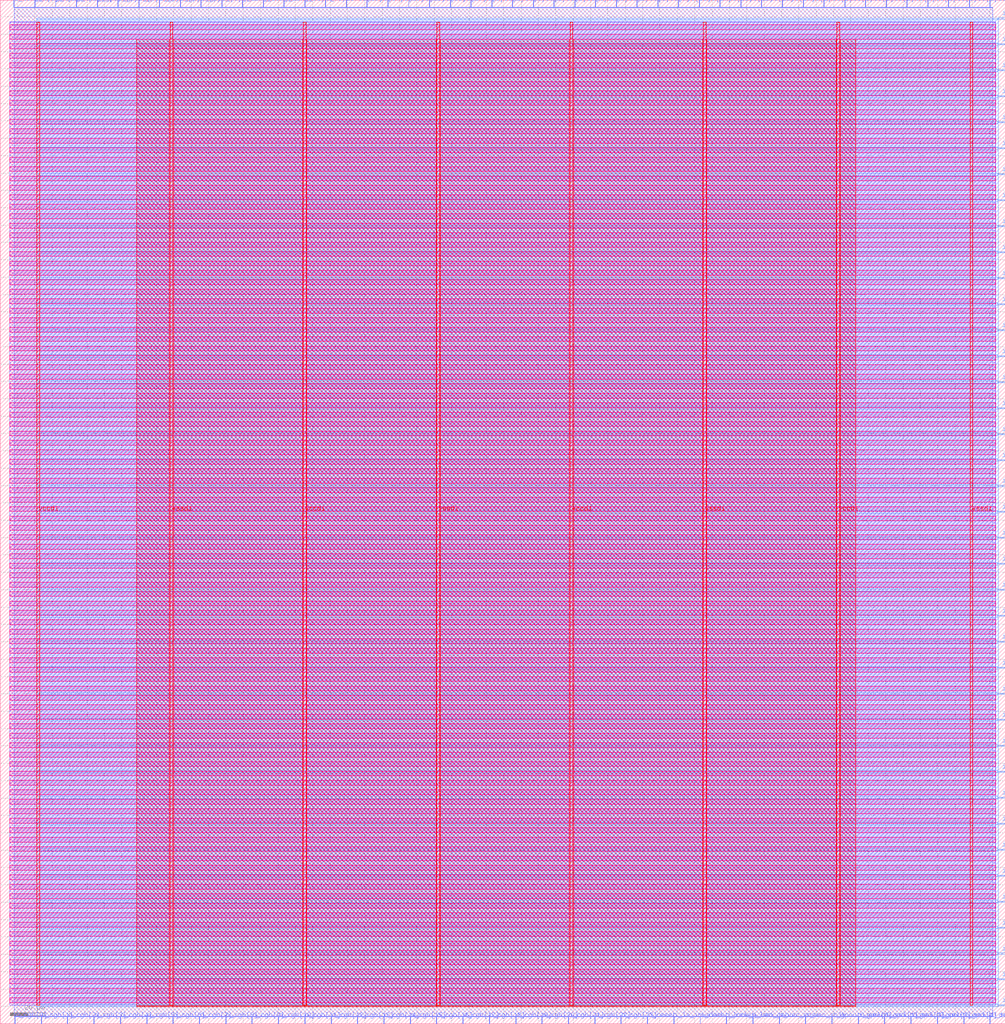
<source format=lef>
VERSION 5.7 ;
  NOWIREEXTENSIONATPIN ON ;
  DIVIDERCHAR "/" ;
  BUSBITCHARS "[]" ;
MACRO top_ew_algofoogle
  CLASS BLOCK ;
  FOREIGN top_ew_algofoogle ;
  ORIGIN 0.000 0.000 ;
  SIZE 578.870 BY 589.590 ;
  PIN i_clk
    DIRECTION INPUT ;
    USE SIGNAL ;
    PORT
      LAYER met3 ;
        RECT 574.870 10.240 578.870 10.840 ;
    END
  END i_clk
  PIN i_debug_map_overlay
    DIRECTION INPUT ;
    USE SIGNAL ;
    PORT
      LAYER met3 ;
        RECT 574.870 354.320 578.870 354.920 ;
    END
  END i_debug_map_overlay
  PIN i_debug_trace_overlay
    DIRECTION INPUT ;
    USE SIGNAL ;
    PORT
      LAYER met3 ;
        RECT 574.870 249.600 578.870 250.200 ;
    END
  END i_debug_trace_overlay
  PIN i_debug_vec_overlay
    DIRECTION INPUT ;
    USE SIGNAL ;
    PORT
      LAYER met2 ;
        RECT 570.030 0.000 570.310 4.000 ;
    END
  END i_debug_vec_overlay
  PIN i_gpout0_sel[0]
    DIRECTION INPUT ;
    USE SIGNAL ;
    PORT
      LAYER met2 ;
        RECT 478.950 0.000 479.230 4.000 ;
    END
  END i_gpout0_sel[0]
  PIN i_gpout0_sel[1]
    DIRECTION INPUT ;
    USE SIGNAL ;
    PORT
      LAYER met2 ;
        RECT 494.130 0.000 494.410 4.000 ;
    END
  END i_gpout0_sel[1]
  PIN i_gpout0_sel[2]
    DIRECTION INPUT ;
    USE SIGNAL ;
    PORT
      LAYER met2 ;
        RECT 509.310 0.000 509.590 4.000 ;
    END
  END i_gpout0_sel[2]
  PIN i_gpout0_sel[3]
    DIRECTION INPUT ;
    USE SIGNAL ;
    PORT
      LAYER met2 ;
        RECT 524.490 0.000 524.770 4.000 ;
    END
  END i_gpout0_sel[3]
  PIN i_gpout0_sel[4]
    DIRECTION INPUT ;
    USE SIGNAL ;
    PORT
      LAYER met2 ;
        RECT 539.670 0.000 539.950 4.000 ;
    END
  END i_gpout0_sel[4]
  PIN i_gpout0_sel[5]
    DIRECTION INPUT ;
    USE SIGNAL ;
    PORT
      LAYER met2 ;
        RECT 554.850 0.000 555.130 4.000 ;
    END
  END i_gpout0_sel[5]
  PIN i_gpout1_sel[0]
    DIRECTION INPUT ;
    USE SIGNAL ;
    PORT
      LAYER met3 ;
        RECT 574.870 70.080 578.870 70.680 ;
    END
  END i_gpout1_sel[0]
  PIN i_gpout1_sel[1]
    DIRECTION INPUT ;
    USE SIGNAL ;
    PORT
      LAYER met3 ;
        RECT 574.870 85.040 578.870 85.640 ;
    END
  END i_gpout1_sel[1]
  PIN i_gpout1_sel[2]
    DIRECTION INPUT ;
    USE SIGNAL ;
    PORT
      LAYER met3 ;
        RECT 574.870 100.000 578.870 100.600 ;
    END
  END i_gpout1_sel[2]
  PIN i_gpout1_sel[3]
    DIRECTION INPUT ;
    USE SIGNAL ;
    PORT
      LAYER met3 ;
        RECT 574.870 114.960 578.870 115.560 ;
    END
  END i_gpout1_sel[3]
  PIN i_gpout1_sel[4]
    DIRECTION INPUT ;
    USE SIGNAL ;
    PORT
      LAYER met3 ;
        RECT 574.870 129.920 578.870 130.520 ;
    END
  END i_gpout1_sel[4]
  PIN i_gpout1_sel[5]
    DIRECTION INPUT ;
    USE SIGNAL ;
    PORT
      LAYER met3 ;
        RECT 574.870 144.880 578.870 145.480 ;
    END
  END i_gpout1_sel[5]
  PIN i_gpout2_sel[0]
    DIRECTION INPUT ;
    USE SIGNAL ;
    PORT
      LAYER met3 ;
        RECT 574.870 159.840 578.870 160.440 ;
    END
  END i_gpout2_sel[0]
  PIN i_gpout2_sel[1]
    DIRECTION INPUT ;
    USE SIGNAL ;
    PORT
      LAYER met3 ;
        RECT 574.870 174.800 578.870 175.400 ;
    END
  END i_gpout2_sel[1]
  PIN i_gpout2_sel[2]
    DIRECTION INPUT ;
    USE SIGNAL ;
    PORT
      LAYER met3 ;
        RECT 574.870 189.760 578.870 190.360 ;
    END
  END i_gpout2_sel[2]
  PIN i_gpout2_sel[3]
    DIRECTION INPUT ;
    USE SIGNAL ;
    PORT
      LAYER met3 ;
        RECT 574.870 204.720 578.870 205.320 ;
    END
  END i_gpout2_sel[3]
  PIN i_gpout2_sel[4]
    DIRECTION INPUT ;
    USE SIGNAL ;
    PORT
      LAYER met3 ;
        RECT 574.870 219.680 578.870 220.280 ;
    END
  END i_gpout2_sel[4]
  PIN i_gpout2_sel[5]
    DIRECTION INPUT ;
    USE SIGNAL ;
    PORT
      LAYER met3 ;
        RECT 574.870 234.640 578.870 235.240 ;
    END
  END i_gpout2_sel[5]
  PIN i_gpout3_sel[0]
    DIRECTION INPUT ;
    USE SIGNAL ;
    PORT
      LAYER met3 ;
        RECT 574.870 264.560 578.870 265.160 ;
    END
  END i_gpout3_sel[0]
  PIN i_gpout3_sel[1]
    DIRECTION INPUT ;
    USE SIGNAL ;
    PORT
      LAYER met3 ;
        RECT 574.870 279.520 578.870 280.120 ;
    END
  END i_gpout3_sel[1]
  PIN i_gpout3_sel[2]
    DIRECTION INPUT ;
    USE SIGNAL ;
    PORT
      LAYER met3 ;
        RECT 574.870 294.480 578.870 295.080 ;
    END
  END i_gpout3_sel[2]
  PIN i_gpout3_sel[3]
    DIRECTION INPUT ;
    USE SIGNAL ;
    PORT
      LAYER met3 ;
        RECT 574.870 309.440 578.870 310.040 ;
    END
  END i_gpout3_sel[3]
  PIN i_gpout3_sel[4]
    DIRECTION INPUT ;
    USE SIGNAL ;
    PORT
      LAYER met3 ;
        RECT 574.870 324.400 578.870 325.000 ;
    END
  END i_gpout3_sel[4]
  PIN i_gpout3_sel[5]
    DIRECTION INPUT ;
    USE SIGNAL ;
    PORT
      LAYER met3 ;
        RECT 574.870 339.360 578.870 339.960 ;
    END
  END i_gpout3_sel[5]
  PIN i_gpout4_sel[0]
    DIRECTION INPUT ;
    USE SIGNAL ;
    PORT
      LAYER met3 ;
        RECT 574.870 369.280 578.870 369.880 ;
    END
  END i_gpout4_sel[0]
  PIN i_gpout4_sel[1]
    DIRECTION INPUT ;
    USE SIGNAL ;
    PORT
      LAYER met3 ;
        RECT 574.870 384.240 578.870 384.840 ;
    END
  END i_gpout4_sel[1]
  PIN i_gpout4_sel[2]
    DIRECTION INPUT ;
    USE SIGNAL ;
    PORT
      LAYER met3 ;
        RECT 574.870 399.200 578.870 399.800 ;
    END
  END i_gpout4_sel[2]
  PIN i_gpout4_sel[3]
    DIRECTION INPUT ;
    USE SIGNAL ;
    PORT
      LAYER met3 ;
        RECT 574.870 414.160 578.870 414.760 ;
    END
  END i_gpout4_sel[3]
  PIN i_gpout4_sel[4]
    DIRECTION INPUT ;
    USE SIGNAL ;
    PORT
      LAYER met3 ;
        RECT 574.870 429.120 578.870 429.720 ;
    END
  END i_gpout4_sel[4]
  PIN i_gpout4_sel[5]
    DIRECTION INPUT ;
    USE SIGNAL ;
    PORT
      LAYER met3 ;
        RECT 574.870 444.080 578.870 444.680 ;
    END
  END i_gpout4_sel[5]
  PIN i_gpout5_sel[0]
    DIRECTION INPUT ;
    USE SIGNAL ;
    PORT
      LAYER met3 ;
        RECT 574.870 459.040 578.870 459.640 ;
    END
  END i_gpout5_sel[0]
  PIN i_gpout5_sel[1]
    DIRECTION INPUT ;
    USE SIGNAL ;
    PORT
      LAYER met3 ;
        RECT 574.870 474.000 578.870 474.600 ;
    END
  END i_gpout5_sel[1]
  PIN i_gpout5_sel[2]
    DIRECTION INPUT ;
    USE SIGNAL ;
    PORT
      LAYER met3 ;
        RECT 574.870 488.960 578.870 489.560 ;
    END
  END i_gpout5_sel[2]
  PIN i_gpout5_sel[3]
    DIRECTION INPUT ;
    USE SIGNAL ;
    PORT
      LAYER met3 ;
        RECT 574.870 503.920 578.870 504.520 ;
    END
  END i_gpout5_sel[3]
  PIN i_gpout5_sel[4]
    DIRECTION INPUT ;
    USE SIGNAL ;
    PORT
      LAYER met3 ;
        RECT 574.870 518.880 578.870 519.480 ;
    END
  END i_gpout5_sel[4]
  PIN i_gpout5_sel[5]
    DIRECTION INPUT ;
    USE SIGNAL ;
    PORT
      LAYER met3 ;
        RECT 574.870 533.840 578.870 534.440 ;
    END
  END i_gpout5_sel[5]
  PIN i_la_invalid
    DIRECTION INPUT ;
    USE SIGNAL ;
    PORT
      LAYER met2 ;
        RECT 387.870 0.000 388.150 4.000 ;
    END
  END i_la_invalid
  PIN i_mode[0]
    DIRECTION INPUT ;
    USE SIGNAL ;
    PORT
      LAYER met3 ;
        RECT 574.870 548.800 578.870 549.400 ;
    END
  END i_mode[0]
  PIN i_mode[1]
    DIRECTION INPUT ;
    USE SIGNAL ;
    PORT
      LAYER met3 ;
        RECT 574.870 563.760 578.870 564.360 ;
    END
  END i_mode[1]
  PIN i_mode[2]
    DIRECTION INPUT ;
    USE SIGNAL ;
    PORT
      LAYER met3 ;
        RECT 574.870 578.720 578.870 579.320 ;
    END
  END i_mode[2]
  PIN i_reg_csb
    DIRECTION INPUT ;
    USE SIGNAL ;
    PORT
      LAYER met3 ;
        RECT 574.870 25.200 578.870 25.800 ;
    END
  END i_reg_csb
  PIN i_reg_mosi
    DIRECTION INPUT ;
    USE SIGNAL ;
    PORT
      LAYER met3 ;
        RECT 574.870 40.160 578.870 40.760 ;
    END
  END i_reg_mosi
  PIN i_reg_sclk
    DIRECTION INPUT ;
    USE SIGNAL ;
    PORT
      LAYER met3 ;
        RECT 574.870 55.120 578.870 55.720 ;
    END
  END i_reg_sclk
  PIN i_reset_lock_a
    DIRECTION INPUT ;
    USE SIGNAL ;
    PORT
      LAYER met2 ;
        RECT 403.050 0.000 403.330 4.000 ;
    END
  END i_reset_lock_a
  PIN i_reset_lock_b
    DIRECTION INPUT ;
    USE SIGNAL ;
    PORT
      LAYER met2 ;
        RECT 418.230 0.000 418.510 4.000 ;
    END
  END i_reset_lock_b
  PIN i_tex_in[0]
    DIRECTION INPUT ;
    USE SIGNAL ;
    PORT
      LAYER met2 ;
        RECT 43.790 585.590 44.070 589.590 ;
    END
  END i_tex_in[0]
  PIN i_tex_in[1]
    DIRECTION INPUT ;
    USE SIGNAL ;
    PORT
      LAYER met2 ;
        RECT 31.830 585.590 32.110 589.590 ;
    END
  END i_tex_in[1]
  PIN i_tex_in[2]
    DIRECTION INPUT ;
    USE SIGNAL ;
    PORT
      LAYER met2 ;
        RECT 19.870 585.590 20.150 589.590 ;
    END
  END i_tex_in[2]
  PIN i_tex_in[3]
    DIRECTION INPUT ;
    USE SIGNAL ;
    PORT
      LAYER met2 ;
        RECT 7.910 585.590 8.190 589.590 ;
    END
  END i_tex_in[3]
  PIN i_vec_csb
    DIRECTION INPUT ;
    USE SIGNAL ;
    PORT
      LAYER met2 ;
        RECT 433.410 0.000 433.690 4.000 ;
    END
  END i_vec_csb
  PIN i_vec_mosi
    DIRECTION INPUT ;
    USE SIGNAL ;
    PORT
      LAYER met2 ;
        RECT 448.590 0.000 448.870 4.000 ;
    END
  END i_vec_mosi
  PIN i_vec_sclk
    DIRECTION INPUT ;
    USE SIGNAL ;
    PORT
      LAYER met2 ;
        RECT 463.770 0.000 464.050 4.000 ;
    END
  END i_vec_sclk
  PIN o_gpout[0]
    DIRECTION OUTPUT TRISTATE ;
    USE SIGNAL ;
    PORT
      LAYER met2 ;
        RECT 115.550 585.590 115.830 589.590 ;
    END
  END o_gpout[0]
  PIN o_gpout[1]
    DIRECTION OUTPUT TRISTATE ;
    USE SIGNAL ;
    PORT
      LAYER met2 ;
        RECT 103.590 585.590 103.870 589.590 ;
    END
  END o_gpout[1]
  PIN o_gpout[2]
    DIRECTION OUTPUT TRISTATE ;
    USE SIGNAL ;
    PORT
      LAYER met2 ;
        RECT 91.630 585.590 91.910 589.590 ;
    END
  END o_gpout[2]
  PIN o_gpout[3]
    DIRECTION OUTPUT TRISTATE ;
    USE SIGNAL ;
    PORT
      LAYER met2 ;
        RECT 79.670 585.590 79.950 589.590 ;
    END
  END o_gpout[3]
  PIN o_gpout[4]
    DIRECTION OUTPUT TRISTATE ;
    USE SIGNAL ;
    PORT
      LAYER met2 ;
        RECT 67.710 585.590 67.990 589.590 ;
    END
  END o_gpout[4]
  PIN o_gpout[5]
    DIRECTION OUTPUT TRISTATE ;
    USE SIGNAL ;
    PORT
      LAYER met2 ;
        RECT 55.750 585.590 56.030 589.590 ;
    END
  END o_gpout[5]
  PIN o_hsync
    DIRECTION OUTPUT TRISTATE ;
    USE SIGNAL ;
    PORT
      LAYER met2 ;
        RECT 187.310 585.590 187.590 589.590 ;
    END
  END o_hsync
  PIN o_reset
    DIRECTION OUTPUT TRISTATE ;
    USE SIGNAL ;
    PORT
      LAYER met2 ;
        RECT 372.690 0.000 372.970 4.000 ;
    END
  END o_reset
  PIN o_rgb[0]
    DIRECTION OUTPUT TRISTATE ;
    USE SIGNAL ;
    PORT
      LAYER met2 ;
        RECT 8.370 0.000 8.650 4.000 ;
    END
  END o_rgb[0]
  PIN o_rgb[10]
    DIRECTION OUTPUT TRISTATE ;
    USE SIGNAL ;
    PORT
      LAYER met2 ;
        RECT 160.170 0.000 160.450 4.000 ;
    END
  END o_rgb[10]
  PIN o_rgb[11]
    DIRECTION OUTPUT TRISTATE ;
    USE SIGNAL ;
    PORT
      LAYER met2 ;
        RECT 175.350 0.000 175.630 4.000 ;
    END
  END o_rgb[11]
  PIN o_rgb[12]
    DIRECTION OUTPUT TRISTATE ;
    USE SIGNAL ;
    PORT
      LAYER met2 ;
        RECT 190.530 0.000 190.810 4.000 ;
    END
  END o_rgb[12]
  PIN o_rgb[13]
    DIRECTION OUTPUT TRISTATE ;
    USE SIGNAL ;
    PORT
      LAYER met2 ;
        RECT 205.710 0.000 205.990 4.000 ;
    END
  END o_rgb[13]
  PIN o_rgb[14]
    DIRECTION OUTPUT TRISTATE ;
    USE SIGNAL ;
    PORT
      LAYER met2 ;
        RECT 220.890 0.000 221.170 4.000 ;
    END
  END o_rgb[14]
  PIN o_rgb[15]
    DIRECTION OUTPUT TRISTATE ;
    USE SIGNAL ;
    PORT
      LAYER met2 ;
        RECT 236.070 0.000 236.350 4.000 ;
    END
  END o_rgb[15]
  PIN o_rgb[16]
    DIRECTION OUTPUT TRISTATE ;
    USE SIGNAL ;
    PORT
      LAYER met2 ;
        RECT 251.250 0.000 251.530 4.000 ;
    END
  END o_rgb[16]
  PIN o_rgb[17]
    DIRECTION OUTPUT TRISTATE ;
    USE SIGNAL ;
    PORT
      LAYER met2 ;
        RECT 266.430 0.000 266.710 4.000 ;
    END
  END o_rgb[17]
  PIN o_rgb[18]
    DIRECTION OUTPUT TRISTATE ;
    USE SIGNAL ;
    PORT
      LAYER met2 ;
        RECT 281.610 0.000 281.890 4.000 ;
    END
  END o_rgb[18]
  PIN o_rgb[19]
    DIRECTION OUTPUT TRISTATE ;
    USE SIGNAL ;
    PORT
      LAYER met2 ;
        RECT 296.790 0.000 297.070 4.000 ;
    END
  END o_rgb[19]
  PIN o_rgb[1]
    DIRECTION OUTPUT TRISTATE ;
    USE SIGNAL ;
    PORT
      LAYER met2 ;
        RECT 23.550 0.000 23.830 4.000 ;
    END
  END o_rgb[1]
  PIN o_rgb[20]
    DIRECTION OUTPUT TRISTATE ;
    USE SIGNAL ;
    PORT
      LAYER met2 ;
        RECT 311.970 0.000 312.250 4.000 ;
    END
  END o_rgb[20]
  PIN o_rgb[21]
    DIRECTION OUTPUT TRISTATE ;
    USE SIGNAL ;
    PORT
      LAYER met2 ;
        RECT 327.150 0.000 327.430 4.000 ;
    END
  END o_rgb[21]
  PIN o_rgb[22]
    DIRECTION OUTPUT TRISTATE ;
    USE SIGNAL ;
    PORT
      LAYER met2 ;
        RECT 342.330 0.000 342.610 4.000 ;
    END
  END o_rgb[22]
  PIN o_rgb[23]
    DIRECTION OUTPUT TRISTATE ;
    USE SIGNAL ;
    PORT
      LAYER met2 ;
        RECT 357.510 0.000 357.790 4.000 ;
    END
  END o_rgb[23]
  PIN o_rgb[2]
    DIRECTION OUTPUT TRISTATE ;
    USE SIGNAL ;
    PORT
      LAYER met2 ;
        RECT 38.730 0.000 39.010 4.000 ;
    END
  END o_rgb[2]
  PIN o_rgb[3]
    DIRECTION OUTPUT TRISTATE ;
    USE SIGNAL ;
    PORT
      LAYER met2 ;
        RECT 53.910 0.000 54.190 4.000 ;
    END
  END o_rgb[3]
  PIN o_rgb[4]
    DIRECTION OUTPUT TRISTATE ;
    USE SIGNAL ;
    PORT
      LAYER met2 ;
        RECT 69.090 0.000 69.370 4.000 ;
    END
  END o_rgb[4]
  PIN o_rgb[5]
    DIRECTION OUTPUT TRISTATE ;
    USE SIGNAL ;
    PORT
      LAYER met2 ;
        RECT 84.270 0.000 84.550 4.000 ;
    END
  END o_rgb[5]
  PIN o_rgb[6]
    DIRECTION OUTPUT TRISTATE ;
    USE SIGNAL ;
    PORT
      LAYER met2 ;
        RECT 99.450 0.000 99.730 4.000 ;
    END
  END o_rgb[6]
  PIN o_rgb[7]
    DIRECTION OUTPUT TRISTATE ;
    USE SIGNAL ;
    PORT
      LAYER met2 ;
        RECT 114.630 0.000 114.910 4.000 ;
    END
  END o_rgb[7]
  PIN o_rgb[8]
    DIRECTION OUTPUT TRISTATE ;
    USE SIGNAL ;
    PORT
      LAYER met2 ;
        RECT 129.810 0.000 130.090 4.000 ;
    END
  END o_rgb[8]
  PIN o_rgb[9]
    DIRECTION OUTPUT TRISTATE ;
    USE SIGNAL ;
    PORT
      LAYER met2 ;
        RECT 144.990 0.000 145.270 4.000 ;
    END
  END o_rgb[9]
  PIN o_tex_csb
    DIRECTION OUTPUT TRISTATE ;
    USE SIGNAL ;
    PORT
      LAYER met2 ;
        RECT 163.390 585.590 163.670 589.590 ;
    END
  END o_tex_csb
  PIN o_tex_oeb0
    DIRECTION OUTPUT TRISTATE ;
    USE SIGNAL ;
    PORT
      LAYER met2 ;
        RECT 151.430 585.590 151.710 589.590 ;
    END
  END o_tex_oeb0
  PIN o_tex_out0
    DIRECTION OUTPUT TRISTATE ;
    USE SIGNAL ;
    PORT
      LAYER met2 ;
        RECT 139.470 585.590 139.750 589.590 ;
    END
  END o_tex_out0
  PIN o_tex_sclk
    DIRECTION OUTPUT TRISTATE ;
    USE SIGNAL ;
    PORT
      LAYER met2 ;
        RECT 127.510 585.590 127.790 589.590 ;
    END
  END o_tex_sclk
  PIN o_vsync
    DIRECTION OUTPUT TRISTATE ;
    USE SIGNAL ;
    PORT
      LAYER met2 ;
        RECT 175.350 585.590 175.630 589.590 ;
    END
  END o_vsync
  PIN ones[0]
    DIRECTION OUTPUT TRISTATE ;
    USE SIGNAL ;
    PORT
      LAYER met2 ;
        RECT 570.030 585.590 570.310 589.590 ;
    END
  END ones[0]
  PIN ones[10]
    DIRECTION OUTPUT TRISTATE ;
    USE SIGNAL ;
    PORT
      LAYER met2 ;
        RECT 450.430 585.590 450.710 589.590 ;
    END
  END ones[10]
  PIN ones[11]
    DIRECTION OUTPUT TRISTATE ;
    USE SIGNAL ;
    PORT
      LAYER met2 ;
        RECT 438.470 585.590 438.750 589.590 ;
    END
  END ones[11]
  PIN ones[12]
    DIRECTION OUTPUT TRISTATE ;
    USE SIGNAL ;
    PORT
      LAYER met2 ;
        RECT 426.510 585.590 426.790 589.590 ;
    END
  END ones[12]
  PIN ones[13]
    DIRECTION OUTPUT TRISTATE ;
    USE SIGNAL ;
    PORT
      LAYER met2 ;
        RECT 414.550 585.590 414.830 589.590 ;
    END
  END ones[13]
  PIN ones[14]
    DIRECTION OUTPUT TRISTATE ;
    USE SIGNAL ;
    PORT
      LAYER met2 ;
        RECT 402.590 585.590 402.870 589.590 ;
    END
  END ones[14]
  PIN ones[15]
    DIRECTION OUTPUT TRISTATE ;
    USE SIGNAL ;
    PORT
      LAYER met2 ;
        RECT 390.630 585.590 390.910 589.590 ;
    END
  END ones[15]
  PIN ones[1]
    DIRECTION OUTPUT TRISTATE ;
    USE SIGNAL ;
    PORT
      LAYER met2 ;
        RECT 558.070 585.590 558.350 589.590 ;
    END
  END ones[1]
  PIN ones[2]
    DIRECTION OUTPUT TRISTATE ;
    USE SIGNAL ;
    PORT
      LAYER met2 ;
        RECT 546.110 585.590 546.390 589.590 ;
    END
  END ones[2]
  PIN ones[3]
    DIRECTION OUTPUT TRISTATE ;
    USE SIGNAL ;
    PORT
      LAYER met2 ;
        RECT 534.150 585.590 534.430 589.590 ;
    END
  END ones[3]
  PIN ones[4]
    DIRECTION OUTPUT TRISTATE ;
    USE SIGNAL ;
    PORT
      LAYER met2 ;
        RECT 522.190 585.590 522.470 589.590 ;
    END
  END ones[4]
  PIN ones[5]
    DIRECTION OUTPUT TRISTATE ;
    USE SIGNAL ;
    PORT
      LAYER met2 ;
        RECT 510.230 585.590 510.510 589.590 ;
    END
  END ones[5]
  PIN ones[6]
    DIRECTION OUTPUT TRISTATE ;
    USE SIGNAL ;
    PORT
      LAYER met2 ;
        RECT 498.270 585.590 498.550 589.590 ;
    END
  END ones[6]
  PIN ones[7]
    DIRECTION OUTPUT TRISTATE ;
    USE SIGNAL ;
    PORT
      LAYER met2 ;
        RECT 486.310 585.590 486.590 589.590 ;
    END
  END ones[7]
  PIN ones[8]
    DIRECTION OUTPUT TRISTATE ;
    USE SIGNAL ;
    PORT
      LAYER met2 ;
        RECT 474.350 585.590 474.630 589.590 ;
    END
  END ones[8]
  PIN ones[9]
    DIRECTION OUTPUT TRISTATE ;
    USE SIGNAL ;
    PORT
      LAYER met2 ;
        RECT 462.390 585.590 462.670 589.590 ;
    END
  END ones[9]
  PIN vccd1
    DIRECTION INOUT ;
    USE POWER ;
    PORT
      LAYER met4 ;
        RECT 21.040 10.640 22.640 576.880 ;
    END
    PORT
      LAYER met4 ;
        RECT 174.640 10.640 176.240 576.880 ;
    END
    PORT
      LAYER met4 ;
        RECT 328.240 10.640 329.840 576.880 ;
    END
    PORT
      LAYER met4 ;
        RECT 481.840 10.640 483.440 576.880 ;
    END
  END vccd1
  PIN vssd1
    DIRECTION INOUT ;
    USE GROUND ;
    PORT
      LAYER met4 ;
        RECT 97.840 10.640 99.440 576.880 ;
    END
    PORT
      LAYER met4 ;
        RECT 251.440 10.640 253.040 576.880 ;
    END
    PORT
      LAYER met4 ;
        RECT 405.040 10.640 406.640 576.880 ;
    END
    PORT
      LAYER met4 ;
        RECT 558.640 10.640 560.240 576.880 ;
    END
  END vssd1
  PIN zeros[0]
    DIRECTION OUTPUT TRISTATE ;
    USE SIGNAL ;
    PORT
      LAYER met2 ;
        RECT 378.670 585.590 378.950 589.590 ;
    END
  END zeros[0]
  PIN zeros[10]
    DIRECTION OUTPUT TRISTATE ;
    USE SIGNAL ;
    PORT
      LAYER met2 ;
        RECT 259.070 585.590 259.350 589.590 ;
    END
  END zeros[10]
  PIN zeros[11]
    DIRECTION OUTPUT TRISTATE ;
    USE SIGNAL ;
    PORT
      LAYER met2 ;
        RECT 247.110 585.590 247.390 589.590 ;
    END
  END zeros[11]
  PIN zeros[12]
    DIRECTION OUTPUT TRISTATE ;
    USE SIGNAL ;
    PORT
      LAYER met2 ;
        RECT 235.150 585.590 235.430 589.590 ;
    END
  END zeros[12]
  PIN zeros[13]
    DIRECTION OUTPUT TRISTATE ;
    USE SIGNAL ;
    PORT
      LAYER met2 ;
        RECT 223.190 585.590 223.470 589.590 ;
    END
  END zeros[13]
  PIN zeros[14]
    DIRECTION OUTPUT TRISTATE ;
    USE SIGNAL ;
    PORT
      LAYER met2 ;
        RECT 211.230 585.590 211.510 589.590 ;
    END
  END zeros[14]
  PIN zeros[15]
    DIRECTION OUTPUT TRISTATE ;
    USE SIGNAL ;
    PORT
      LAYER met2 ;
        RECT 199.270 585.590 199.550 589.590 ;
    END
  END zeros[15]
  PIN zeros[1]
    DIRECTION OUTPUT TRISTATE ;
    USE SIGNAL ;
    PORT
      LAYER met2 ;
        RECT 366.710 585.590 366.990 589.590 ;
    END
  END zeros[1]
  PIN zeros[2]
    DIRECTION OUTPUT TRISTATE ;
    USE SIGNAL ;
    PORT
      LAYER met2 ;
        RECT 354.750 585.590 355.030 589.590 ;
    END
  END zeros[2]
  PIN zeros[3]
    DIRECTION OUTPUT TRISTATE ;
    USE SIGNAL ;
    PORT
      LAYER met2 ;
        RECT 342.790 585.590 343.070 589.590 ;
    END
  END zeros[3]
  PIN zeros[4]
    DIRECTION OUTPUT TRISTATE ;
    USE SIGNAL ;
    PORT
      LAYER met2 ;
        RECT 330.830 585.590 331.110 589.590 ;
    END
  END zeros[4]
  PIN zeros[5]
    DIRECTION OUTPUT TRISTATE ;
    USE SIGNAL ;
    PORT
      LAYER met2 ;
        RECT 318.870 585.590 319.150 589.590 ;
    END
  END zeros[5]
  PIN zeros[6]
    DIRECTION OUTPUT TRISTATE ;
    USE SIGNAL ;
    PORT
      LAYER met2 ;
        RECT 306.910 585.590 307.190 589.590 ;
    END
  END zeros[6]
  PIN zeros[7]
    DIRECTION OUTPUT TRISTATE ;
    USE SIGNAL ;
    PORT
      LAYER met2 ;
        RECT 294.950 585.590 295.230 589.590 ;
    END
  END zeros[7]
  PIN zeros[8]
    DIRECTION OUTPUT TRISTATE ;
    USE SIGNAL ;
    PORT
      LAYER met2 ;
        RECT 282.990 585.590 283.270 589.590 ;
    END
  END zeros[8]
  PIN zeros[9]
    DIRECTION OUTPUT TRISTATE ;
    USE SIGNAL ;
    PORT
      LAYER met2 ;
        RECT 271.030 585.590 271.310 589.590 ;
    END
  END zeros[9]
  OBS
      LAYER nwell ;
        RECT 5.330 572.505 573.350 575.335 ;
        RECT 5.330 567.065 573.350 569.895 ;
        RECT 5.330 561.625 573.350 564.455 ;
        RECT 5.330 556.185 573.350 559.015 ;
        RECT 5.330 550.745 573.350 553.575 ;
        RECT 5.330 545.305 573.350 548.135 ;
        RECT 5.330 539.865 573.350 542.695 ;
        RECT 5.330 534.425 573.350 537.255 ;
        RECT 5.330 528.985 573.350 531.815 ;
        RECT 5.330 523.545 573.350 526.375 ;
        RECT 5.330 518.105 573.350 520.935 ;
        RECT 5.330 512.665 573.350 515.495 ;
        RECT 5.330 507.225 573.350 510.055 ;
        RECT 5.330 501.785 573.350 504.615 ;
        RECT 5.330 496.345 573.350 499.175 ;
        RECT 5.330 490.905 573.350 493.735 ;
        RECT 5.330 485.465 573.350 488.295 ;
        RECT 5.330 480.025 573.350 482.855 ;
        RECT 5.330 474.585 573.350 477.415 ;
        RECT 5.330 469.145 573.350 471.975 ;
        RECT 5.330 463.705 573.350 466.535 ;
        RECT 5.330 458.265 573.350 461.095 ;
        RECT 5.330 452.825 573.350 455.655 ;
        RECT 5.330 447.385 573.350 450.215 ;
        RECT 5.330 441.945 573.350 444.775 ;
        RECT 5.330 436.505 573.350 439.335 ;
        RECT 5.330 431.065 573.350 433.895 ;
        RECT 5.330 425.625 573.350 428.455 ;
        RECT 5.330 420.185 573.350 423.015 ;
        RECT 5.330 414.745 573.350 417.575 ;
        RECT 5.330 409.305 573.350 412.135 ;
        RECT 5.330 403.865 573.350 406.695 ;
        RECT 5.330 398.425 573.350 401.255 ;
        RECT 5.330 392.985 573.350 395.815 ;
        RECT 5.330 387.545 573.350 390.375 ;
        RECT 5.330 382.105 573.350 384.935 ;
        RECT 5.330 376.665 573.350 379.495 ;
        RECT 5.330 371.225 573.350 374.055 ;
        RECT 5.330 365.785 573.350 368.615 ;
        RECT 5.330 360.345 573.350 363.175 ;
        RECT 5.330 354.905 573.350 357.735 ;
        RECT 5.330 349.465 573.350 352.295 ;
        RECT 5.330 344.025 573.350 346.855 ;
        RECT 5.330 338.585 573.350 341.415 ;
        RECT 5.330 333.145 573.350 335.975 ;
        RECT 5.330 327.705 573.350 330.535 ;
        RECT 5.330 322.265 573.350 325.095 ;
        RECT 5.330 316.825 573.350 319.655 ;
        RECT 5.330 311.385 573.350 314.215 ;
        RECT 5.330 305.945 573.350 308.775 ;
        RECT 5.330 300.505 573.350 303.335 ;
        RECT 5.330 295.065 573.350 297.895 ;
        RECT 5.330 289.625 573.350 292.455 ;
        RECT 5.330 284.185 573.350 287.015 ;
        RECT 5.330 278.745 573.350 281.575 ;
        RECT 5.330 273.305 573.350 276.135 ;
        RECT 5.330 267.865 573.350 270.695 ;
        RECT 5.330 262.425 573.350 265.255 ;
        RECT 5.330 256.985 573.350 259.815 ;
        RECT 5.330 251.545 573.350 254.375 ;
        RECT 5.330 246.105 573.350 248.935 ;
        RECT 5.330 240.665 573.350 243.495 ;
        RECT 5.330 235.225 573.350 238.055 ;
        RECT 5.330 229.785 573.350 232.615 ;
        RECT 5.330 224.345 573.350 227.175 ;
        RECT 5.330 218.905 573.350 221.735 ;
        RECT 5.330 213.465 573.350 216.295 ;
        RECT 5.330 208.025 573.350 210.855 ;
        RECT 5.330 202.585 573.350 205.415 ;
        RECT 5.330 197.145 573.350 199.975 ;
        RECT 5.330 191.705 573.350 194.535 ;
        RECT 5.330 186.265 573.350 189.095 ;
        RECT 5.330 180.825 573.350 183.655 ;
        RECT 5.330 175.385 573.350 178.215 ;
        RECT 5.330 169.945 573.350 172.775 ;
        RECT 5.330 164.505 573.350 167.335 ;
        RECT 5.330 159.065 573.350 161.895 ;
        RECT 5.330 153.625 573.350 156.455 ;
        RECT 5.330 148.185 573.350 151.015 ;
        RECT 5.330 142.745 573.350 145.575 ;
        RECT 5.330 137.305 573.350 140.135 ;
        RECT 5.330 131.865 573.350 134.695 ;
        RECT 5.330 126.425 573.350 129.255 ;
        RECT 5.330 120.985 573.350 123.815 ;
        RECT 5.330 115.545 573.350 118.375 ;
        RECT 5.330 110.105 573.350 112.935 ;
        RECT 5.330 104.665 573.350 107.495 ;
        RECT 5.330 99.225 573.350 102.055 ;
        RECT 5.330 93.785 573.350 96.615 ;
        RECT 5.330 88.345 573.350 91.175 ;
        RECT 5.330 82.905 573.350 85.735 ;
        RECT 5.330 77.465 573.350 80.295 ;
        RECT 5.330 72.025 573.350 74.855 ;
        RECT 5.330 66.585 573.350 69.415 ;
        RECT 5.330 61.145 573.350 63.975 ;
        RECT 5.330 55.705 573.350 58.535 ;
        RECT 5.330 50.265 573.350 53.095 ;
        RECT 5.330 44.825 573.350 47.655 ;
        RECT 5.330 39.385 573.350 42.215 ;
        RECT 5.330 33.945 573.350 36.775 ;
        RECT 5.330 28.505 573.350 31.335 ;
        RECT 5.330 23.065 573.350 25.895 ;
        RECT 5.330 17.625 573.350 20.455 ;
        RECT 5.330 12.185 573.350 15.015 ;
      LAYER li1 ;
        RECT 5.520 10.795 573.160 576.725 ;
      LAYER met1 ;
        RECT 5.520 10.640 573.460 577.280 ;
      LAYER met2 ;
        RECT 8.470 585.310 19.590 585.590 ;
        RECT 20.430 585.310 31.550 585.590 ;
        RECT 32.390 585.310 43.510 585.590 ;
        RECT 44.350 585.310 55.470 585.590 ;
        RECT 56.310 585.310 67.430 585.590 ;
        RECT 68.270 585.310 79.390 585.590 ;
        RECT 80.230 585.310 91.350 585.590 ;
        RECT 92.190 585.310 103.310 585.590 ;
        RECT 104.150 585.310 115.270 585.590 ;
        RECT 116.110 585.310 127.230 585.590 ;
        RECT 128.070 585.310 139.190 585.590 ;
        RECT 140.030 585.310 151.150 585.590 ;
        RECT 151.990 585.310 163.110 585.590 ;
        RECT 163.950 585.310 175.070 585.590 ;
        RECT 175.910 585.310 187.030 585.590 ;
        RECT 187.870 585.310 198.990 585.590 ;
        RECT 199.830 585.310 210.950 585.590 ;
        RECT 211.790 585.310 222.910 585.590 ;
        RECT 223.750 585.310 234.870 585.590 ;
        RECT 235.710 585.310 246.830 585.590 ;
        RECT 247.670 585.310 258.790 585.590 ;
        RECT 259.630 585.310 270.750 585.590 ;
        RECT 271.590 585.310 282.710 585.590 ;
        RECT 283.550 585.310 294.670 585.590 ;
        RECT 295.510 585.310 306.630 585.590 ;
        RECT 307.470 585.310 318.590 585.590 ;
        RECT 319.430 585.310 330.550 585.590 ;
        RECT 331.390 585.310 342.510 585.590 ;
        RECT 343.350 585.310 354.470 585.590 ;
        RECT 355.310 585.310 366.430 585.590 ;
        RECT 367.270 585.310 378.390 585.590 ;
        RECT 379.230 585.310 390.350 585.590 ;
        RECT 391.190 585.310 402.310 585.590 ;
        RECT 403.150 585.310 414.270 585.590 ;
        RECT 415.110 585.310 426.230 585.590 ;
        RECT 427.070 585.310 438.190 585.590 ;
        RECT 439.030 585.310 450.150 585.590 ;
        RECT 450.990 585.310 462.110 585.590 ;
        RECT 462.950 585.310 474.070 585.590 ;
        RECT 474.910 585.310 486.030 585.590 ;
        RECT 486.870 585.310 497.990 585.590 ;
        RECT 498.830 585.310 509.950 585.590 ;
        RECT 510.790 585.310 521.910 585.590 ;
        RECT 522.750 585.310 533.870 585.590 ;
        RECT 534.710 585.310 545.830 585.590 ;
        RECT 546.670 585.310 557.790 585.590 ;
        RECT 558.630 585.310 569.750 585.590 ;
        RECT 570.590 585.310 571.680 585.590 ;
        RECT 7.920 4.280 571.680 585.310 ;
        RECT 7.920 4.000 8.090 4.280 ;
        RECT 8.930 4.000 23.270 4.280 ;
        RECT 24.110 4.000 38.450 4.280 ;
        RECT 39.290 4.000 53.630 4.280 ;
        RECT 54.470 4.000 68.810 4.280 ;
        RECT 69.650 4.000 83.990 4.280 ;
        RECT 84.830 4.000 99.170 4.280 ;
        RECT 100.010 4.000 114.350 4.280 ;
        RECT 115.190 4.000 129.530 4.280 ;
        RECT 130.370 4.000 144.710 4.280 ;
        RECT 145.550 4.000 159.890 4.280 ;
        RECT 160.730 4.000 175.070 4.280 ;
        RECT 175.910 4.000 190.250 4.280 ;
        RECT 191.090 4.000 205.430 4.280 ;
        RECT 206.270 4.000 220.610 4.280 ;
        RECT 221.450 4.000 235.790 4.280 ;
        RECT 236.630 4.000 250.970 4.280 ;
        RECT 251.810 4.000 266.150 4.280 ;
        RECT 266.990 4.000 281.330 4.280 ;
        RECT 282.170 4.000 296.510 4.280 ;
        RECT 297.350 4.000 311.690 4.280 ;
        RECT 312.530 4.000 326.870 4.280 ;
        RECT 327.710 4.000 342.050 4.280 ;
        RECT 342.890 4.000 357.230 4.280 ;
        RECT 358.070 4.000 372.410 4.280 ;
        RECT 373.250 4.000 387.590 4.280 ;
        RECT 388.430 4.000 402.770 4.280 ;
        RECT 403.610 4.000 417.950 4.280 ;
        RECT 418.790 4.000 433.130 4.280 ;
        RECT 433.970 4.000 448.310 4.280 ;
        RECT 449.150 4.000 463.490 4.280 ;
        RECT 464.330 4.000 478.670 4.280 ;
        RECT 479.510 4.000 493.850 4.280 ;
        RECT 494.690 4.000 509.030 4.280 ;
        RECT 509.870 4.000 524.210 4.280 ;
        RECT 525.050 4.000 539.390 4.280 ;
        RECT 540.230 4.000 554.570 4.280 ;
        RECT 555.410 4.000 569.750 4.280 ;
        RECT 570.590 4.000 571.680 4.280 ;
      LAYER met3 ;
        RECT 21.050 578.320 574.470 579.185 ;
        RECT 21.050 564.760 574.870 578.320 ;
        RECT 21.050 563.360 574.470 564.760 ;
        RECT 21.050 549.800 574.870 563.360 ;
        RECT 21.050 548.400 574.470 549.800 ;
        RECT 21.050 534.840 574.870 548.400 ;
        RECT 21.050 533.440 574.470 534.840 ;
        RECT 21.050 519.880 574.870 533.440 ;
        RECT 21.050 518.480 574.470 519.880 ;
        RECT 21.050 504.920 574.870 518.480 ;
        RECT 21.050 503.520 574.470 504.920 ;
        RECT 21.050 489.960 574.870 503.520 ;
        RECT 21.050 488.560 574.470 489.960 ;
        RECT 21.050 475.000 574.870 488.560 ;
        RECT 21.050 473.600 574.470 475.000 ;
        RECT 21.050 460.040 574.870 473.600 ;
        RECT 21.050 458.640 574.470 460.040 ;
        RECT 21.050 445.080 574.870 458.640 ;
        RECT 21.050 443.680 574.470 445.080 ;
        RECT 21.050 430.120 574.870 443.680 ;
        RECT 21.050 428.720 574.470 430.120 ;
        RECT 21.050 415.160 574.870 428.720 ;
        RECT 21.050 413.760 574.470 415.160 ;
        RECT 21.050 400.200 574.870 413.760 ;
        RECT 21.050 398.800 574.470 400.200 ;
        RECT 21.050 385.240 574.870 398.800 ;
        RECT 21.050 383.840 574.470 385.240 ;
        RECT 21.050 370.280 574.870 383.840 ;
        RECT 21.050 368.880 574.470 370.280 ;
        RECT 21.050 355.320 574.870 368.880 ;
        RECT 21.050 353.920 574.470 355.320 ;
        RECT 21.050 340.360 574.870 353.920 ;
        RECT 21.050 338.960 574.470 340.360 ;
        RECT 21.050 325.400 574.870 338.960 ;
        RECT 21.050 324.000 574.470 325.400 ;
        RECT 21.050 310.440 574.870 324.000 ;
        RECT 21.050 309.040 574.470 310.440 ;
        RECT 21.050 295.480 574.870 309.040 ;
        RECT 21.050 294.080 574.470 295.480 ;
        RECT 21.050 280.520 574.870 294.080 ;
        RECT 21.050 279.120 574.470 280.520 ;
        RECT 21.050 265.560 574.870 279.120 ;
        RECT 21.050 264.160 574.470 265.560 ;
        RECT 21.050 250.600 574.870 264.160 ;
        RECT 21.050 249.200 574.470 250.600 ;
        RECT 21.050 235.640 574.870 249.200 ;
        RECT 21.050 234.240 574.470 235.640 ;
        RECT 21.050 220.680 574.870 234.240 ;
        RECT 21.050 219.280 574.470 220.680 ;
        RECT 21.050 205.720 574.870 219.280 ;
        RECT 21.050 204.320 574.470 205.720 ;
        RECT 21.050 190.760 574.870 204.320 ;
        RECT 21.050 189.360 574.470 190.760 ;
        RECT 21.050 175.800 574.870 189.360 ;
        RECT 21.050 174.400 574.470 175.800 ;
        RECT 21.050 160.840 574.870 174.400 ;
        RECT 21.050 159.440 574.470 160.840 ;
        RECT 21.050 145.880 574.870 159.440 ;
        RECT 21.050 144.480 574.470 145.880 ;
        RECT 21.050 130.920 574.870 144.480 ;
        RECT 21.050 129.520 574.470 130.920 ;
        RECT 21.050 115.960 574.870 129.520 ;
        RECT 21.050 114.560 574.470 115.960 ;
        RECT 21.050 101.000 574.870 114.560 ;
        RECT 21.050 99.600 574.470 101.000 ;
        RECT 21.050 86.040 574.870 99.600 ;
        RECT 21.050 84.640 574.470 86.040 ;
        RECT 21.050 71.080 574.870 84.640 ;
        RECT 21.050 69.680 574.470 71.080 ;
        RECT 21.050 56.120 574.870 69.680 ;
        RECT 21.050 54.720 574.470 56.120 ;
        RECT 21.050 41.160 574.870 54.720 ;
        RECT 21.050 39.760 574.470 41.160 ;
        RECT 21.050 26.200 574.870 39.760 ;
        RECT 21.050 24.800 574.470 26.200 ;
        RECT 21.050 11.240 574.870 24.800 ;
        RECT 21.050 9.840 574.470 11.240 ;
        RECT 21.050 9.695 574.870 9.840 ;
      LAYER met4 ;
        RECT 78.495 10.240 97.440 566.945 ;
        RECT 99.840 10.240 174.240 566.945 ;
        RECT 176.640 10.240 251.040 566.945 ;
        RECT 253.440 10.240 327.840 566.945 ;
        RECT 330.240 10.240 404.640 566.945 ;
        RECT 407.040 10.240 481.440 566.945 ;
        RECT 483.840 10.240 492.825 566.945 ;
        RECT 78.495 9.695 492.825 10.240 ;
  END
END top_ew_algofoogle
END LIBRARY


</source>
